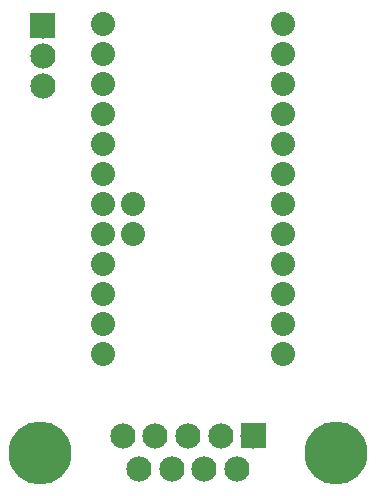
<source format=gts>
G04 MADE WITH FRITZING*
G04 WWW.FRITZING.ORG*
G04 DOUBLE SIDED*
G04 HOLES PLATED*
G04 CONTOUR ON CENTER OF CONTOUR VECTOR*
%ASAXBY*%
%FSLAX23Y23*%
%MOIN*%
%OFA0B0*%
%SFA1.0B1.0*%
%ADD10C,0.084000*%
%ADD11C,0.210000*%
%ADD12C,0.080000*%
%ADD13R,0.001000X0.001000*%
%LNMASK1*%
G90*
G70*
G54D10*
X841Y188D03*
X732Y188D03*
X623Y188D03*
X514Y188D03*
X405Y188D03*
X787Y76D03*
X677Y76D03*
X569Y76D03*
X460Y76D03*
G54D11*
X1115Y132D03*
X131Y132D03*
G54D10*
X841Y188D03*
X732Y188D03*
X623Y188D03*
X514Y188D03*
X405Y188D03*
X787Y76D03*
X677Y76D03*
X569Y76D03*
X460Y76D03*
G54D11*
X1115Y132D03*
X131Y132D03*
G54D12*
X339Y761D03*
X939Y961D03*
X339Y1561D03*
X939Y1361D03*
X939Y561D03*
X339Y1161D03*
X939Y1561D03*
X939Y1161D03*
X939Y761D03*
X439Y961D03*
X339Y1361D03*
X339Y961D03*
X339Y561D03*
X939Y1461D03*
X939Y1261D03*
X939Y1061D03*
X939Y861D03*
X939Y661D03*
X939Y461D03*
X439Y861D03*
X339Y1461D03*
X339Y1261D03*
X339Y1061D03*
X339Y861D03*
X339Y661D03*
X339Y461D03*
G54D10*
X139Y1555D03*
X139Y1455D03*
X139Y1355D03*
X139Y1555D03*
X139Y1455D03*
X139Y1355D03*
G54D13*
X97Y1597D02*
X180Y1597D01*
X97Y1596D02*
X180Y1596D01*
X97Y1595D02*
X180Y1595D01*
X97Y1594D02*
X180Y1594D01*
X97Y1593D02*
X180Y1593D01*
X97Y1592D02*
X180Y1592D01*
X97Y1591D02*
X180Y1591D01*
X97Y1590D02*
X180Y1590D01*
X97Y1589D02*
X180Y1589D01*
X97Y1588D02*
X180Y1588D01*
X97Y1587D02*
X180Y1587D01*
X97Y1586D02*
X180Y1586D01*
X97Y1585D02*
X180Y1585D01*
X97Y1584D02*
X180Y1584D01*
X97Y1583D02*
X180Y1583D01*
X97Y1582D02*
X180Y1582D01*
X97Y1581D02*
X180Y1581D01*
X97Y1580D02*
X180Y1580D01*
X97Y1579D02*
X180Y1579D01*
X97Y1578D02*
X180Y1578D01*
X97Y1577D02*
X180Y1577D01*
X97Y1576D02*
X180Y1576D01*
X97Y1575D02*
X180Y1575D01*
X97Y1574D02*
X180Y1574D01*
X97Y1573D02*
X180Y1573D01*
X97Y1572D02*
X180Y1572D01*
X97Y1571D02*
X180Y1571D01*
X97Y1570D02*
X134Y1570D01*
X144Y1570D02*
X180Y1570D01*
X97Y1569D02*
X131Y1569D01*
X147Y1569D02*
X180Y1569D01*
X97Y1568D02*
X129Y1568D01*
X148Y1568D02*
X180Y1568D01*
X97Y1567D02*
X128Y1567D01*
X150Y1567D02*
X180Y1567D01*
X97Y1566D02*
X127Y1566D01*
X151Y1566D02*
X180Y1566D01*
X97Y1565D02*
X126Y1565D01*
X151Y1565D02*
X180Y1565D01*
X97Y1564D02*
X126Y1564D01*
X152Y1564D02*
X180Y1564D01*
X97Y1563D02*
X125Y1563D01*
X153Y1563D02*
X180Y1563D01*
X97Y1562D02*
X125Y1562D01*
X153Y1562D02*
X180Y1562D01*
X97Y1561D02*
X124Y1561D01*
X153Y1561D02*
X180Y1561D01*
X97Y1560D02*
X124Y1560D01*
X154Y1560D02*
X180Y1560D01*
X97Y1559D02*
X124Y1559D01*
X154Y1559D02*
X180Y1559D01*
X97Y1558D02*
X124Y1558D01*
X154Y1558D02*
X180Y1558D01*
X97Y1557D02*
X123Y1557D01*
X154Y1557D02*
X180Y1557D01*
X97Y1556D02*
X123Y1556D01*
X154Y1556D02*
X180Y1556D01*
X97Y1555D02*
X123Y1555D01*
X154Y1555D02*
X180Y1555D01*
X97Y1554D02*
X124Y1554D01*
X154Y1554D02*
X180Y1554D01*
X97Y1553D02*
X124Y1553D01*
X154Y1553D02*
X180Y1553D01*
X97Y1552D02*
X124Y1552D01*
X154Y1552D02*
X180Y1552D01*
X97Y1551D02*
X124Y1551D01*
X154Y1551D02*
X180Y1551D01*
X97Y1550D02*
X124Y1550D01*
X153Y1550D02*
X180Y1550D01*
X97Y1549D02*
X125Y1549D01*
X153Y1549D02*
X180Y1549D01*
X97Y1548D02*
X125Y1548D01*
X153Y1548D02*
X180Y1548D01*
X97Y1547D02*
X126Y1547D01*
X152Y1547D02*
X180Y1547D01*
X97Y1546D02*
X126Y1546D01*
X151Y1546D02*
X180Y1546D01*
X97Y1545D02*
X127Y1545D01*
X150Y1545D02*
X180Y1545D01*
X97Y1544D02*
X128Y1544D01*
X149Y1544D02*
X180Y1544D01*
X97Y1543D02*
X130Y1543D01*
X148Y1543D02*
X180Y1543D01*
X97Y1542D02*
X132Y1542D01*
X146Y1542D02*
X180Y1542D01*
X97Y1541D02*
X135Y1541D01*
X143Y1541D02*
X180Y1541D01*
X97Y1540D02*
X180Y1540D01*
X97Y1539D02*
X180Y1539D01*
X97Y1538D02*
X180Y1538D01*
X97Y1537D02*
X180Y1537D01*
X97Y1536D02*
X180Y1536D01*
X97Y1535D02*
X180Y1535D01*
X97Y1534D02*
X180Y1534D01*
X97Y1533D02*
X180Y1533D01*
X97Y1532D02*
X180Y1532D01*
X97Y1531D02*
X180Y1531D01*
X97Y1530D02*
X180Y1530D01*
X97Y1529D02*
X180Y1529D01*
X97Y1528D02*
X180Y1528D01*
X97Y1527D02*
X180Y1527D01*
X97Y1526D02*
X180Y1526D01*
X97Y1525D02*
X180Y1525D01*
X97Y1524D02*
X180Y1524D01*
X97Y1523D02*
X180Y1523D01*
X97Y1522D02*
X180Y1522D01*
X97Y1521D02*
X180Y1521D01*
X97Y1520D02*
X180Y1520D01*
X97Y1519D02*
X180Y1519D01*
X97Y1518D02*
X180Y1518D01*
X97Y1517D02*
X180Y1517D01*
X97Y1516D02*
X180Y1516D01*
X97Y1515D02*
X180Y1515D01*
X97Y1514D02*
X180Y1514D01*
X799Y230D02*
X882Y230D01*
X799Y229D02*
X882Y229D01*
X799Y228D02*
X882Y228D01*
X799Y227D02*
X882Y227D01*
X799Y226D02*
X882Y226D01*
X799Y225D02*
X882Y225D01*
X799Y224D02*
X882Y224D01*
X799Y223D02*
X882Y223D01*
X799Y222D02*
X882Y222D01*
X799Y221D02*
X882Y221D01*
X799Y220D02*
X882Y220D01*
X799Y219D02*
X882Y219D01*
X799Y218D02*
X882Y218D01*
X799Y217D02*
X882Y217D01*
X799Y216D02*
X882Y216D01*
X799Y215D02*
X882Y215D01*
X799Y214D02*
X882Y214D01*
X799Y213D02*
X882Y213D01*
X799Y212D02*
X882Y212D01*
X799Y211D02*
X882Y211D01*
X799Y210D02*
X882Y210D01*
X799Y209D02*
X882Y209D01*
X799Y208D02*
X882Y208D01*
X799Y207D02*
X882Y207D01*
X799Y206D02*
X882Y206D01*
X799Y205D02*
X882Y205D01*
X799Y204D02*
X882Y204D01*
X799Y203D02*
X834Y203D01*
X847Y203D02*
X882Y203D01*
X799Y202D02*
X832Y202D01*
X849Y202D02*
X882Y202D01*
X799Y201D02*
X831Y201D01*
X851Y201D02*
X882Y201D01*
X799Y200D02*
X829Y200D01*
X852Y200D02*
X882Y200D01*
X799Y199D02*
X829Y199D01*
X853Y199D02*
X882Y199D01*
X799Y198D02*
X828Y198D01*
X853Y198D02*
X882Y198D01*
X799Y197D02*
X827Y197D01*
X854Y197D02*
X882Y197D01*
X799Y196D02*
X827Y196D01*
X855Y196D02*
X882Y196D01*
X799Y195D02*
X826Y195D01*
X855Y195D02*
X882Y195D01*
X799Y194D02*
X826Y194D01*
X855Y194D02*
X882Y194D01*
X799Y193D02*
X826Y193D01*
X856Y193D02*
X882Y193D01*
X799Y192D02*
X825Y192D01*
X856Y192D02*
X882Y192D01*
X799Y191D02*
X825Y191D01*
X856Y191D02*
X882Y191D01*
X799Y190D02*
X825Y190D01*
X856Y190D02*
X882Y190D01*
X799Y189D02*
X825Y189D01*
X856Y189D02*
X882Y189D01*
X799Y188D02*
X825Y188D01*
X856Y188D02*
X882Y188D01*
X799Y187D02*
X825Y187D01*
X856Y187D02*
X882Y187D01*
X799Y186D02*
X825Y186D01*
X856Y186D02*
X882Y186D01*
X799Y185D02*
X826Y185D01*
X856Y185D02*
X882Y185D01*
X799Y184D02*
X826Y184D01*
X855Y184D02*
X882Y184D01*
X799Y183D02*
X826Y183D01*
X855Y183D02*
X882Y183D01*
X799Y182D02*
X827Y182D01*
X855Y182D02*
X882Y182D01*
X799Y181D02*
X827Y181D01*
X854Y181D02*
X882Y181D01*
X799Y180D02*
X828Y180D01*
X853Y180D02*
X882Y180D01*
X799Y179D02*
X829Y179D01*
X853Y179D02*
X882Y179D01*
X799Y178D02*
X829Y178D01*
X852Y178D02*
X882Y178D01*
X799Y177D02*
X831Y177D01*
X851Y177D02*
X882Y177D01*
X799Y176D02*
X832Y176D01*
X849Y176D02*
X882Y176D01*
X799Y175D02*
X834Y175D01*
X847Y175D02*
X882Y175D01*
X799Y174D02*
X882Y174D01*
X799Y173D02*
X882Y173D01*
X799Y172D02*
X882Y172D01*
X799Y171D02*
X882Y171D01*
X799Y170D02*
X882Y170D01*
X799Y169D02*
X882Y169D01*
X799Y168D02*
X882Y168D01*
X799Y167D02*
X882Y167D01*
X799Y166D02*
X882Y166D01*
X799Y165D02*
X882Y165D01*
X799Y164D02*
X882Y164D01*
X799Y163D02*
X882Y163D01*
X799Y162D02*
X882Y162D01*
X799Y161D02*
X882Y161D01*
X799Y160D02*
X882Y160D01*
X799Y159D02*
X882Y159D01*
X799Y158D02*
X882Y158D01*
X799Y157D02*
X882Y157D01*
X799Y156D02*
X882Y156D01*
X799Y155D02*
X882Y155D01*
X799Y154D02*
X882Y154D01*
X799Y153D02*
X882Y153D01*
X799Y152D02*
X882Y152D01*
X799Y151D02*
X882Y151D01*
X799Y150D02*
X882Y150D01*
X799Y149D02*
X882Y149D01*
X799Y148D02*
X882Y148D01*
D02*
G04 End of Mask1*
M02*
</source>
